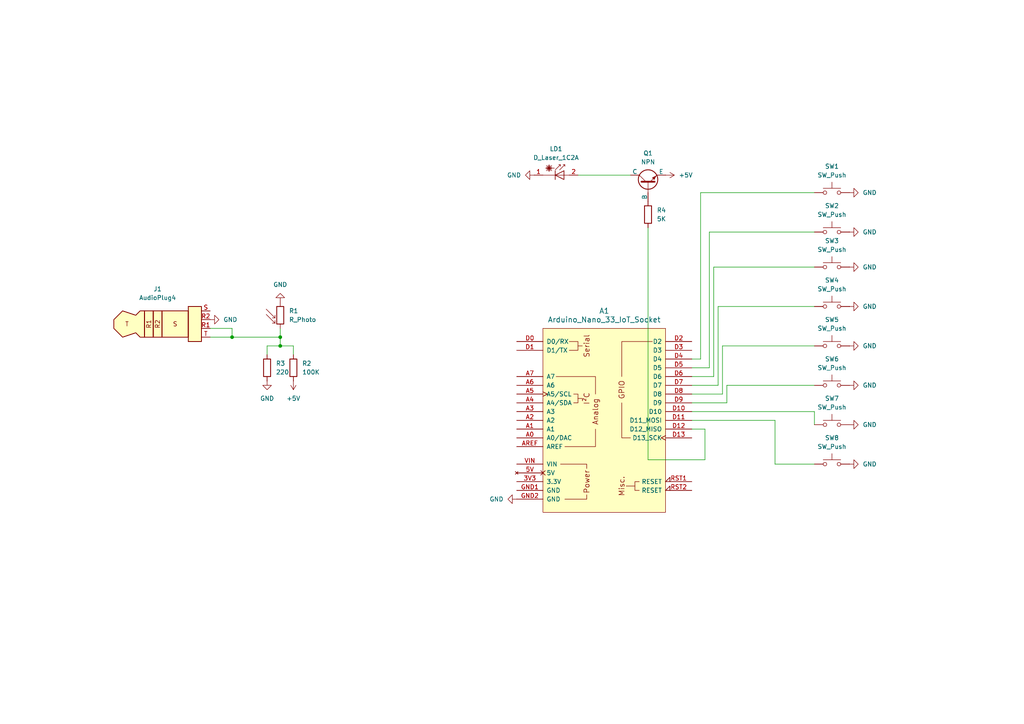
<source format=kicad_sch>
(kicad_sch (version 20231120) (generator "eeschema") (generator_version "8.0")
  (paper "A4")
  (lib_symbols
    (symbol "Connector_Audio:AudioPlug4"
      (property "Reference" "J" (at 10.16 5.08 0))
      (property "Value" "AudioPlug4" (at 11.43 -7.62 0))
      (symbol "AudioPlug4_0_0"
        (text "R1" (at -2.54 -1.27 900) (effects (font (size 1.27 1.27))))
        (text "R2" (at 0 -1.27 900) (effects (font (size 1.27 1.27))))
        (text "S" (at 5.08 -1.27 0) (effects (font (size 1.27 1.27))))
        (text "T" (at -8.89 -1.27 0) (effects (font (size 1.27 1.27))))
      )
      (symbol "AudioPlug4_0_1"
        (rectangle (start -1.27 2.54) (end -3.81 -5.08) (stroke (width 0.254)) (fill (type background)))
        (polyline (pts (xy -3.81 2.54) (xy -5.08 2.54) (xy -6.35 1.27) (xy -10.16 2.54) (xy -12.7 0) (xy -12.7 -2.54) (xy -10.16 -5.08) (xy -6.35 -3.81) (xy -5.08 -5.08) (xy -3.81 -5.08) (xy -3.81 2.54)) (stroke (width 0.254)) (fill (type background)))
        (rectangle (start 1.27 2.54) (end -1.27 -5.08) (stroke (width 0.254)) (fill (type background)))
        (rectangle (start 1.27 2.54) (end 8.89 -5.08) (stroke (width 0.254)) (fill (type background)))
        (rectangle (start 12.7 3.81) (end 8.89 -6.35) (stroke (width 0.254)) (fill (type background)))
      )
      (symbol "AudioPlug4_1_1"
        (pin passive line (at 15.24 -2.54 180) (length 2.54) (name "~") (number "R1"))
        (pin passive line (at 15.24 0 180) (length 2.54) (name "~") (number "R2"))
        (pin passive line (at 15.24 2.54 180) (length 2.54) (name "~") (number "S"))
        (pin passive line (at 15.24 -5.08 180) (length 2.54) (name "~") (number "T"))
      )
    )
    (symbol "Device:D_Laser_1C2A" (pin_names (offset 1.016) hide)
      (property "Reference" "LD" (at -1.27 4.445 0))
      (property "Value" "D_Laser_1C2A" (at -1.27 -2.54 0))
      (symbol "D_Laser_1C2A_0_1"
        (polyline (pts (xy -4.064 1.27) (xy -2.54 2.794)))
        (polyline (pts (xy -4.064 1.778) (xy -2.54 2.286)))
        (polyline (pts (xy -4.064 2.286) (xy -2.54 1.778)))
        (polyline (pts (xy -4.064 2.794) (xy -2.54 1.27)))
        (polyline (pts (xy -3.556 2.794) (xy -3.048 1.27)))
        (polyline (pts (xy -3.302 2.032) (xy -3.302 1.016)))
        (polyline (pts (xy -3.302 2.032) (xy -3.302 3.048)))
        (polyline (pts (xy -3.048 2.794) (xy -3.556 1.27)))
        (polyline (pts (xy -1.778 2.032) (xy -4.318 2.032)))
        (polyline (pts (xy -1.524 1.27) (xy -1.524 -1.27)) (stroke (width 0.2032)))
        (polyline (pts (xy 1.27 3.048) (xy 0.762 3.048)))
        (polyline (pts (xy 2.54 0) (xy -5.08 0)))
        (polyline (pts (xy -0.254 1.524) (xy 1.27 3.048) (xy 1.27 2.54)))
        (polyline (pts (xy 1.016 1.27) (xy 1.016 -1.27) (xy -1.524 0) (xy 1.016 1.27)) (stroke (width 0.2032)))
        (polyline (pts (xy -1.524 1.524) (xy 0 3.048) (xy 0 2.54) (xy 0 3.048) (xy -0.508 3.048)))
      )
      (symbol "D_Laser_1C2A_1_1"
        (pin passive line (at -7.62 0 0) (length 2.54) (name "K") (number "1"))
        (pin passive line (at 5.08 0 180) (length 2.54) (name "A") (number "2"))
      )
    )
    (symbol "Device:R" (pin_numbers hide) (pin_names (offset 0))
      (property "Reference" "R" (at 2.032 0 90))
      (property "Value" "R" (at 0 0 90))
      (symbol "R_0_1"
        (rectangle (start -1.016 -2.54) (end 1.016 2.54) (stroke (width 0.254)))
      )
      (symbol "R_1_1"
        (pin passive line (at 0 3.81 270) (length 1.27) (name "~") (number "1"))
        (pin passive line (at 0 -3.81 90) (length 1.27) (name "~") (number "2"))
      )
    )
    (symbol "Device:R_Photo" (pin_numbers hide) (pin_names (offset 0))
      (property "Reference" "R" (at 1.27 1.27 0))
      (property "Value" "R_Photo" (at 1.27 0 0))
      (symbol "R_Photo_0_1"
        (rectangle (start -1.016 2.54) (end 1.016 -2.54) (stroke (width 0.254)))
        (polyline (pts (xy -1.524 -2.286) (xy -4.064 0.254)))
        (polyline (pts (xy -1.524 -2.286) (xy -2.286 -2.286)))
        (polyline (pts (xy -1.524 -2.286) (xy -1.524 -1.524)))
        (polyline (pts (xy -1.524 -0.762) (xy -4.064 1.778)))
        (polyline (pts (xy -1.524 -0.762) (xy -2.286 -0.762)))
        (polyline (pts (xy -1.524 -0.762) (xy -1.524 0)))
      )
      (symbol "R_Photo_1_1"
        (pin passive line (at 0 3.81 270) (length 1.27) (name "~") (number "1"))
        (pin passive line (at 0 -3.81 90) (length 1.27) (name "~") (number "2"))
      )
    )
    (symbol "PCM_arduino-library:Arduino_Nano_33_IoT_Socket" (pin_names (offset 1.016))
      (property "Reference" "A" (at 0 33.02 0))
      (property "Value" "Arduino_Nano_33_IoT_Socket" (at 0 29.21 0))
      (symbol "Arduino_Nano_33_IoT_Socket_0_0"
        (rectangle (start -17.78 26.67) (end 17.78 -26.67) (fill (type background)))
        (polyline (pts (xy -7.62 6.35) (xy -6.35 6.35)))
        (polyline (pts (xy -7.62 21.59) (xy -6.35 21.59)))
        (polyline (pts (xy 8.89 -19.05) (xy 6.35 -19.05)))
        (polyline (pts (xy -11.43 -22.86) (xy -5.08 -22.86) (xy -5.08 -21.59)))
        (polyline (pts (xy -5.08 -13.97) (xy -5.08 -12.7) (xy -12.7 -12.7)))
        (polyline (pts (xy -10.16 22.86) (xy -7.62 22.86) (xy -7.62 20.32) (xy -10.16 20.32)))
        (polyline (pts (xy -8.89 7.62) (xy -7.62 7.62) (xy -7.62 5.08) (xy -8.89 5.08)))
        (text "Analog" (at -2.54 2.54 900) (effects (font (size 1.524 1.524))))
        (text "I²C" (at -5.08 6.35 900) (effects (font (size 1.524 1.524))))
        (text "Misc." (at 5.08 -19.05 900) (effects (font (size 1.524 1.524))))
        (text "Power" (at -5.08 -17.78 900) (effects (font (size 1.524 1.524))))
        (text "Serial" (at -5.08 21.59 900) (effects (font (size 1.524 1.524))))
      )
      (symbol "Arduino_Nano_33_IoT_Socket_0_1"
        (polyline (pts (xy -13.97 12.7) (xy -2.54 12.7) (xy -2.54 7.62)))
        (polyline (pts (xy -11.43 -7.62) (xy -2.54 -7.62) (xy -2.54 -2.54)))
        (polyline (pts (xy 7.62 -5.08) (xy 5.08 -5.08) (xy 5.08 5.08)))
        (polyline (pts (xy 13.97 22.86) (xy 5.08 22.86) (xy 5.08 12.7)))
        (polyline (pts (xy 10.16 -17.78) (xy 8.89 -17.78) (xy 8.89 -20.32) (xy 10.16 -20.32)))
      )
      (symbol "Arduino_Nano_33_IoT_Socket_1_0"
        (text "GPIO" (at 5.08 8.89 900) (effects (font (size 1.524 1.524))))
      )
      (symbol "Arduino_Nano_33_IoT_Socket_1_1"
        (pin power_in line (at -25.4 -17.78 0) (length 7.62) (name "3.3V") (number "3V3"))
        (pin no_connect non_logic (at -25.4 -15.24 0) (length 7.62) (name "5V") (number "5V"))
        (pin bidirectional line (at -25.4 -5.08 0) (length 7.62) (name "A0/DAC") (number "A0"))
        (pin bidirectional line (at -25.4 -2.54 0) (length 7.62) (name "A1") (number "A1"))
        (pin bidirectional line (at -25.4 0 0) (length 7.62) (name "A2") (number "A2"))
        (pin bidirectional line (at -25.4 2.54 0) (length 7.62) (name "A3") (number "A3"))
        (pin bidirectional line (at -25.4 5.08 0) (length 7.62) (name "A4/SDA") (number "A4"))
        (pin bidirectional clock (at -25.4 7.62 0) (length 7.62) (name "A5/SCL") (number "A5"))
        (pin input line (at -25.4 10.16 0) (length 7.62) (name "A6") (number "A6"))
        (pin input line (at -25.4 12.7 0) (length 7.62) (name "A7") (number "A7"))
        (pin input line (at -25.4 -7.62 0) (length 7.62) (name "AREF") (number "AREF"))
        (pin bidirectional line (at -25.4 22.86 0) (length 7.62) (name "D0/RX") (number "D0"))
        (pin bidirectional line (at -25.4 20.32 0) (length 7.62) (name "D1/TX") (number "D1"))
        (pin bidirectional line (at 25.4 2.54 180) (length 7.62) (name "D10") (number "D10"))
        (pin bidirectional line (at 25.4 0 180) (length 7.62) (name "D11_MOSI") (number "D11"))
        (pin bidirectional line (at 25.4 -2.54 180) (length 7.62) (name "D12_MISO") (number "D12"))
        (pin bidirectional clock (at 25.4 -5.08 180) (length 7.62) (name "D13_SCK") (number "D13"))
        (pin bidirectional line (at 25.4 22.86 180) (length 7.62) (name "D2") (number "D2"))
        (pin bidirectional line (at 25.4 20.32 180) (length 7.62) (name "D3") (number "D3"))
        (pin bidirectional line (at 25.4 17.78 180) (length 7.62) (name "D4") (number "D4"))
        (pin bidirectional line (at 25.4 15.24 180) (length 7.62) (name "D5") (number "D5"))
        (pin bidirectional line (at 25.4 12.7 180) (length 7.62) (name "D6") (number "D6"))
        (pin bidirectional line (at 25.4 10.16 180) (length 7.62) (name "D7") (number "D7"))
        (pin bidirectional line (at 25.4 7.62 180) (length 7.62) (name "D8") (number "D8"))
        (pin bidirectional line (at 25.4 5.08 180) (length 7.62) (name "D9") (number "D9"))
        (pin power_in line (at -25.4 -20.32 0) (length 7.62) (name "GND") (number "GND1"))
        (pin power_in line (at -25.4 -22.86 0) (length 7.62) (name "GND") (number "GND2"))
        (pin open_collector input_low (at 25.4 -17.78 180) (length 7.62) (name "RESET") (number "RST1"))
        (pin open_collector input_low (at 25.4 -20.32 180) (length 7.62) (name "RESET") (number "RST2"))
        (pin power_in line (at -25.4 -12.7 0) (length 7.62) (name "VIN") (number "VIN"))
      )
    )
    (symbol "Simulation_SPICE:NPN" (pin_numbers hide) (pin_names (offset 0))
      (property "Reference" "Q" (at -2.54 7.62 0))
      (property "Value" "NPN" (at -2.54 5.08 0))
      (symbol "NPN_0_1"
        (polyline (pts (xy -2.54 0) (xy 0.635 0)) (stroke (width 0.1524)))
        (polyline (pts (xy 0.635 0.635) (xy 2.54 2.54)))
        (polyline (pts (xy 2.794 -1.27) (xy 2.794 -1.27)) (stroke (width 0.1524)))
        (polyline (pts (xy 2.794 -1.27) (xy 2.794 -1.27)) (stroke (width 0.1524)))
        (polyline (pts (xy 0.635 -0.635) (xy 2.54 -2.54) (xy 2.54 -2.54)))
        (polyline (pts (xy 0.635 1.905) (xy 0.635 -1.905) (xy 0.635 -1.905)) (stroke (width 0.508)))
        (polyline (pts (xy 1.27 -1.778) (xy 1.778 -1.27) (xy 2.286 -2.286) (xy 1.27 -1.778) (xy 1.27 -1.778)) (fill (type outline)))
        (circle (center 1.27 0) (radius 2.8194) (stroke (width 0.254)))
      )
      (symbol "NPN_1_1"
        (pin open_collector line (at 2.54 5.08 270) (length 2.54) (name "C") (number "1"))
        (pin input line (at -5.08 0 0) (length 2.54) (name "B") (number "2"))
        (pin open_emitter line (at 2.54 -5.08 90) (length 2.54) (name "E") (number "3"))
      )
    )
    (symbol "Switch:SW_Push" (pin_numbers hide) (pin_names (offset 1.016) hide)
      (property "Reference" "SW" (at 1.27 2.54 0))
      (property "Value" "SW_Push" (at 0 -1.524 0))
      (symbol "SW_Push_0_1"
        (circle (center -2.032 0) (radius 0.508))
        (polyline (pts (xy 0 1.27) (xy 0 3.048)))
        (polyline (pts (xy 2.54 1.27) (xy -2.54 1.27)))
        (circle (center 2.032 0) (radius 0.508))
        (pin passive line (at -5.08 0 0) (length 2.54) (name "1") (number "1"))
        (pin passive line (at 5.08 0 180) (length 2.54) (name "2") (number "2"))
      )
    )
    (symbol "power:+5V" (power) (pin_numbers hide) (pin_names (offset 0) hide)
      (property "Value" "+5V" (at 0 3.556 0))
      (symbol "+5V_0_1"
        (polyline (pts (xy -0.762 1.27) (xy 0 2.54)))
        (polyline (pts (xy 0 0) (xy 0 2.54)))
        (polyline (pts (xy 0 2.54) (xy 0.762 1.27)))
      )
      (symbol "+5V_1_1"
        (pin power_in line (at 0 0 90) (length 0) (name "~") (number "1"))
      )
    )
    (symbol "power:GND" (power) (pin_numbers hide) (pin_names (offset 0) hide)
      (property "Value" "GND" (at 0 -3.81 0))
      (symbol "GND_0_1"
        (polyline (pts (xy 0 0) (xy 0 -1.27) (xy 1.27 -1.27) (xy 0 -2.54) (xy -1.27 -1.27) (xy 0 -1.27)))
      )
      (symbol "GND_1_1"
        (pin power_in line (at 0 0 270) (length 0) (name "~") (number "1"))
      )
    )
  )
  (junction (at 81.28 97.79))
  (junction (at 67.31 97.79))
  (junction (at 81.28 100.33))
  (wire (pts (xy 204.47 124.46) (xy 200.66 124.46)))
  (wire (pts (xy 236.22 77.47) (xy 207.01 77.47)))
  (wire (pts (xy 203.2 55.88) (xy 203.2 104.14)))
  (wire (pts (xy 60.96 97.79) (xy 67.31 97.79)))
  (wire (pts (xy 236.22 134.62) (xy 224.79 134.62)))
  (wire (pts (xy 209.55 100.33) (xy 209.55 114.3)))
  (wire (pts (xy 205.74 106.68) (xy 200.66 106.68)))
  (wire (pts (xy 236.22 111.76) (xy 210.82 111.76)))
  (wire (pts (xy 224.79 121.92) (xy 200.66 121.92)))
  (wire (pts (xy 187.96 133.35) (xy 204.47 133.35)))
  (wire (pts (xy 210.82 111.76) (xy 210.82 116.84)))
  (wire (pts (xy 236.22 123.19) (xy 236.22 119.38)))
  (wire (pts (xy 167.64 50.8) (xy 182.88 50.8)))
  (wire (pts (xy 224.79 134.62) (xy 224.79 121.92)))
  (wire (pts (xy 85.09 102.87) (xy 85.09 100.33)))
  (wire (pts (xy 81.28 100.33) (xy 77.47 100.33)))
  (wire (pts (xy 208.28 88.9) (xy 208.28 111.76)))
  (wire (pts (xy 208.28 111.76) (xy 200.66 111.76)))
  (wire (pts (xy 207.01 77.47) (xy 207.01 109.22)))
  (wire (pts (xy 207.01 109.22) (xy 200.66 109.22)))
  (wire (pts (xy 187.96 66.04) (xy 187.96 133.35)))
  (wire (pts (xy 81.28 97.79) (xy 81.28 100.33)))
  (wire (pts (xy 200.66 116.84) (xy 210.82 116.84)))
  (wire (pts (xy 236.22 119.38) (xy 200.66 119.38)))
  (wire (pts (xy 60.96 95.25) (xy 67.31 95.25)))
  (wire (pts (xy 203.2 104.14) (xy 200.66 104.14)))
  (wire (pts (xy 77.47 100.33) (xy 77.47 102.87)))
  (wire (pts (xy 236.22 55.88) (xy 203.2 55.88)))
  (wire (pts (xy 205.74 67.31) (xy 205.74 106.68)))
  (wire (pts (xy 236.22 100.33) (xy 209.55 100.33)))
  (wire (pts (xy 236.22 67.31) (xy 205.74 67.31)))
  (wire (pts (xy 85.09 100.33) (xy 81.28 100.33)))
  (wire (pts (xy 67.31 97.79) (xy 81.28 97.79)))
  (wire (pts (xy 209.55 114.3) (xy 200.66 114.3)))
  (wire (pts (xy 67.31 95.25) (xy 67.31 97.79)))
  (wire (pts (xy 81.28 95.25) (xy 81.28 97.79)))
  (wire (pts (xy 204.47 133.35) (xy 204.47 124.46)))
  (wire (pts (xy 236.22 88.9) (xy 208.28 88.9)))
  (symbol (lib_id "Switch:SW_Push") (at 241.3 55.88 0) (unit 1)
    (property "Reference" "SW1" (at 241.3 48.26 0))
    (property "Value" "SW_Push" (at 241.3 50.8 0))
    (property "Description" "Push button switch, generic, two pins" (effects (hide yes)))
  )
  (symbol (lib_id "Device:R") (at 187.96 62.23 0) (unit 1)
    (property "Reference" "R4" (at 190.5 60.9599 0) (effects (justify left)))
    (property "Value" "5K" (at 190.5 63.4999 0) (effects (justify left)))
    (property "Description" "Resistor" (effects (hide yes)))
  )
  (symbol (lib_id "power:GND") (at 246.38 55.88 90) (unit 1)
    (property "Reference" "#PWR8" (effects (hide yes)))
    (property "Value" "GND" (at 250.19 55.8799 90) (effects (justify right)))
    (property "Description" "Power symbol creates a global label with name \"GND\" , ground" (effects (hide yes)))
  )
  (symbol (lib_id "Switch:SW_Push") (at 241.3 77.47 0) (unit 1)
    (property "Reference" "SW3" (at 241.3 69.85 0))
    (property "Value" "SW_Push" (at 241.3 72.39 0))
    (property "Description" "Push button switch, generic, two pins" (effects (hide yes)))
  )
  (symbol (lib_id "power:GND") (at 246.38 100.33 90) (unit 1)
    (property "Reference" "#PWR11" (effects (hide yes)))
    (property "Value" "GND" (at 250.19 100.3299 90) (effects (justify right)))
    (property "Description" "Power symbol creates a global label with name \"GND\" , ground" (effects (hide yes)))
  )
  (symbol (lib_id "power:GND") (at 246.38 123.19 90) (unit 1)
    (property "Reference" "#PWR13" (effects (hide yes)))
    (property "Value" "GND" (at 250.19 123.1899 90) (effects (justify right)))
    (property "Description" "Power symbol creates a global label with name \"GND\" , ground" (effects (hide yes)))
  )
  (symbol (lib_id "Device:R") (at 77.47 106.68 0) (unit 1)
    (property "Reference" "R3" (at 80.01 105.4099 0) (effects (justify left)))
    (property "Value" "220" (at 80.01 107.9499 0) (effects (justify left)))
    (property "Description" "Resistor" (effects (hide yes)))
  )
  (symbol (lib_id "Switch:SW_Push") (at 241.3 100.33 0) (unit 1)
    (property "Reference" "SW5" (at 241.3 92.71 0))
    (property "Value" "SW_Push" (at 241.3 95.25 0))
    (property "Description" "Push button switch, generic, two pins" (effects (hide yes)))
  )
  (symbol (lib_id "power:GND") (at 246.38 77.47 90) (unit 1)
    (property "Reference" "#PWR9" (effects (hide yes)))
    (property "Value" "GND" (at 250.19 77.4699 90) (effects (justify right)))
    (property "Description" "Power symbol creates a global label with name \"GND\" , ground" (effects (hide yes)))
  )
  (symbol (lib_id "Switch:SW_Push") (at 241.3 134.62 0) (unit 1)
    (property "Reference" "SW8" (at 241.3 127 0))
    (property "Value" "SW_Push" (at 241.3 129.54 0))
    (property "Description" "Push button switch, generic, two pins" (effects (hide yes)))
  )
  (symbol (lib_id "power:GND") (at 81.28 87.63 180) (unit 1)
    (property "Reference" "#PWR1" (effects (hide yes)))
    (property "Value" "GND" (at 81.28 82.55 0))
    (property "Description" "Power symbol creates a global label with name \"GND\" , ground" (effects (hide yes)))
  )
  (symbol (lib_id "power:GND") (at 154.94 50.8 270) (unit 1)
    (property "Reference" "#PWR5" (effects (hide yes)))
    (property "Value" "GND" (at 151.13 50.7999 90) (effects (justify right)))
    (property "Description" "Power symbol creates a global label with name \"GND\" , ground" (effects (hide yes)))
  )
  (symbol (lib_id "Connector_Audio:AudioPlug4") (at 45.72 92.71 0) (unit 1)
    (property "Reference" "J1" (at 45.72 83.82 0))
    (property "Value" "AudioPlug4" (at 45.72 86.36 0))
    (property "Description" "Audio Jack, 4 Poles (Stereo / TRRS)" (effects (hide yes)))
  )
  (symbol (lib_id "Device:D_Laser_1C2A") (at 162.56 50.8 0) (unit 1)
    (property "Reference" "LD1" (at 161.29 43.18 0))
    (property "Value" "D_Laser_1C2A" (at 161.29 45.72 0))
    (property "Description" "Laser diode, cathode on pin 1, anode on pin 2" (effects (hide yes)))
  )
  (symbol (lib_id "power:+5V") (at 193.04 50.8 270) (unit 1)
    (property "Reference" "#PWR6" (effects (hide yes)))
    (property "Value" "+5V" (at 196.85 50.7999 90) (effects (justify left)))
    (property "Description" "Power symbol creates a global label with name \"+5V\"" (effects (hide yes)))
  )
  (symbol (lib_id "Switch:SW_Push") (at 241.3 67.31 0) (unit 1)
    (property "Reference" "SW2" (at 241.3 59.69 0))
    (property "Value" "SW_Push" (at 241.3 62.23 0))
    (property "Description" "Push button switch, generic, two pins" (effects (hide yes)))
  )
  (symbol (lib_id "power:GND") (at 246.38 134.62 90) (unit 1)
    (property "Reference" "#PWR14" (effects (hide yes)))
    (property "Value" "GND" (at 250.19 134.6199 90) (effects (justify right)))
    (property "Description" "Power symbol creates a global label with name \"GND\" , ground" (effects (hide yes)))
  )
  (symbol (lib_id "Device:R") (at 85.09 106.68 0) (unit 1)
    (property "Reference" "R2" (at 87.63 105.4099 0) (effects (justify left)))
    (property "Value" "100K" (at 87.63 107.9499 0) (effects (justify left)))
    (property "Description" "Resistor" (effects (hide yes)))
  )
  (symbol (lib_id "power:GND") (at 246.38 111.76 90) (unit 1)
    (property "Reference" "#PWR12" (effects (hide yes)))
    (property "Value" "GND" (at 250.19 111.7599 90) (effects (justify right)))
    (property "Description" "Power symbol creates a global label with name \"GND\" , ground" (effects (hide yes)))
  )
  (symbol (lib_id "Switch:SW_Push") (at 241.3 123.19 0) (unit 1)
    (property "Reference" "SW7" (at 241.3 115.57 0))
    (property "Value" "SW_Push" (at 241.3 118.11 0))
    (property "Description" "Push button switch, generic, two pins" (effects (hide yes)))
  )
  (symbol (lib_id "PCM_arduino-library:Arduino_Nano_33_IoT_Socket") (at 175.26 121.92 0) (unit 1)
    (property "Reference" "A1" (at 175.26 90.17 0) (effects (font (size 1.524 1.524))))
    (property "Value" "Arduino_Nano_33_IoT_Socket" (at 175.26 92.71 0) (effects (font (size 1.524 1.524))))
    (property "Footprint" "PCM_arduino-library:Arduino_Nano_33_IoT_Socket" (effects (hide yes)))
    (property "Datasheet" "https://docs.arduino.cc/hardware/nano-33-iot" (effects (hide yes)))
    (property "Description" "Socket for Arduino Nano 33 IoT" (effects (hide yes)))
  )
  (symbol (lib_id "power:+5V") (at 85.09 110.49 180) (unit 1)
    (property "Reference" "#PWR2" (effects (hide yes)))
    (property "Value" "+5V" (at 85.09 115.57 0))
    (property "Description" "Power symbol creates a global label with name \"+5V\"" (effects (hide yes)))
  )
  (symbol (lib_id "Switch:SW_Push") (at 241.3 111.76 0) (unit 1)
    (property "Reference" "SW6" (at 241.3 104.14 0))
    (property "Value" "SW_Push" (at 241.3 106.68 0))
    (property "Description" "Push button switch, generic, two pins" (effects (hide yes)))
  )
  (symbol (lib_id "power:GND") (at 77.47 110.49 0) (unit 1)
    (property "Reference" "#PWR3" (effects (hide yes)))
    (property "Value" "GND" (at 77.47 115.57 0))
    (property "Description" "Power symbol creates a global label with name \"GND\" , ground" (effects (hide yes)))
  )
  (symbol (lib_id "power:GND") (at 246.38 67.31 90) (unit 1)
    (property "Reference" "#PWR15" (effects (hide yes)))
    (property "Value" "GND" (at 250.19 67.3099 90) (effects (justify right)))
    (property "Description" "Power symbol creates a global label with name \"GND\" , ground" (effects (hide yes)))
  )
  (symbol (lib_id "Simulation_SPICE:NPN") (at 187.96 53.34 90) (unit 1)
    (property "Reference" "Q1" (at 187.96 44.45 90))
    (property "Value" "NPN" (at 187.96 46.99 90))
    (property "Datasheet" "https://ngspice.sourceforge.io/docs/ngspice-html-manual/manual.xhtml#cha_BJTs" (effects (hide yes)))
    (property "Description" "Bipolar transistor symbol for simulation only, substrate tied to the emitter" (effects (hide yes)))
    (property "Sim.Device" "NPN" (effects (hide yes)))
    (property "Sim.Type" "GUMMELPOON" (effects (hide yes)))
    (property "Sim.Pins" "1=C 2=B 3=E" (effects (hide yes)))
  )
  (symbol (lib_id "power:GND") (at 149.86 144.78 270) (unit 1)
    (property "Reference" "#PWR7" (effects (hide yes)))
    (property "Value" "GND" (at 146.05 144.7799 90) (effects (justify right)))
    (property "Description" "Power symbol creates a global label with name \"GND\" , ground" (effects (hide yes)))
  )
  (symbol (lib_id "Device:R_Photo") (at 81.28 91.44 0) (unit 1)
    (property "Reference" "R1" (at 83.82 90.1699 0) (effects (justify left)))
    (property "Value" "R_Photo" (at 83.82 92.7099 0) (effects (justify left)))
    (property "Description" "Photoresistor" (effects (hide yes)))
  )
  (symbol (lib_id "power:GND") (at 246.38 88.9 90) (unit 1)
    (property "Reference" "#PWR10" (effects (hide yes)))
    (property "Value" "GND" (at 250.19 88.8999 90) (effects (justify right)))
    (property "Description" "Power symbol creates a global label with name \"GND\" , ground" (effects (hide yes)))
  )
  (symbol (lib_id "power:GND") (at 60.96 92.71 90) (unit 1)
    (property "Reference" "#PWR4" (effects (hide yes)))
    (property "Value" "GND" (at 64.77 92.7099 90) (effects (justify right)))
    (property "Description" "Power symbol creates a global label with name \"GND\" , ground" (effects (hide yes)))
  )
  (symbol (lib_id "Switch:SW_Push") (at 241.3 88.9 0) (unit 1)
    (property "Reference" "SW4" (at 241.3 81.28 0))
    (property "Value" "SW_Push" (at 241.3 83.82 0))
    (property "Description" "Push button switch, generic, two pins" (effects (hide yes)))
  )
)
</source>
